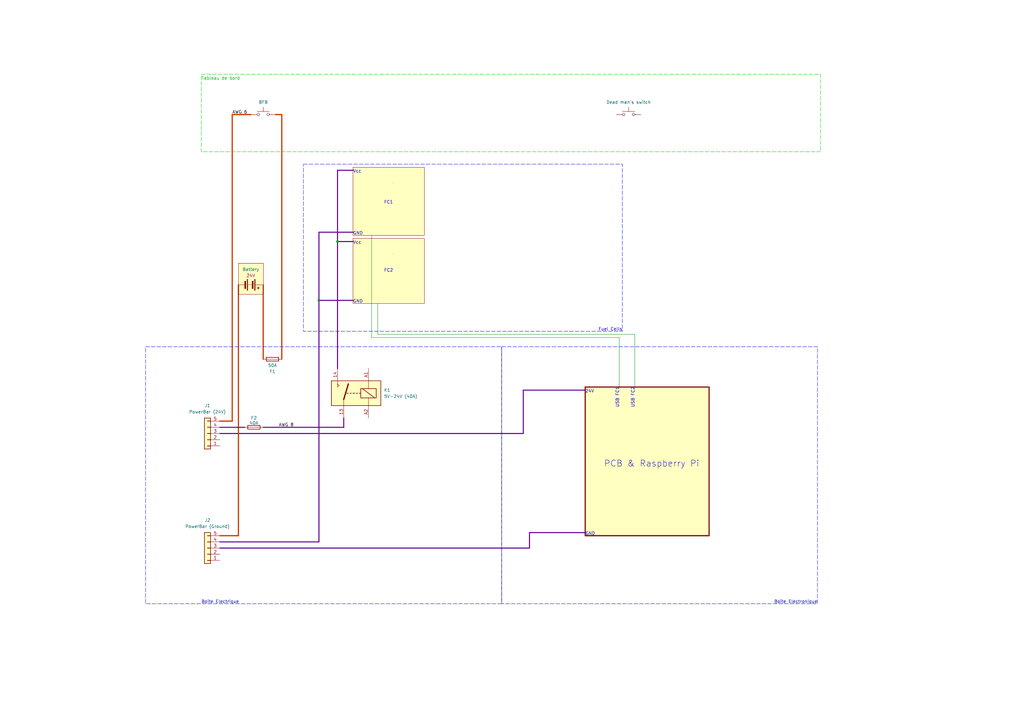
<source format=kicad_sch>
(kicad_sch (version 20230121) (generator eeschema)
  (paper "A3")
  (lib_symbols
    (symbol "Connector_Generic:Conn_01x05" (pin_names (offset 1.016) hide)
      (property "Reference" "J" (at 0 7.62 0))
      (property "Value" "Conn_01x05" (at 0 -7.62 0))
      (symbol "Conn_01x05_1_1"
        (rectangle (start -1.27 -4.953) (end 0 -5.207) (stroke (width 0.1524)))
        (rectangle (start -1.27 -2.413) (end 0 -2.667) (stroke (width 0.1524)))
        (rectangle (start -1.27 0.127) (end 0 -0.127) (stroke (width 0.1524)))
        (rectangle (start -1.27 2.667) (end 0 2.413) (stroke (width 0.1524)))
        (rectangle (start -1.27 5.207) (end 0 4.953) (stroke (width 0.1524)))
        (rectangle (start -1.27 6.35) (end 1.27 -6.35) (stroke (width 0.254)) (fill (type background)))
        (pin passive line (at -5.08 5.08 0) (length 3.81) (name "Pin_1") (number "1"))
        (pin passive line (at -5.08 2.54 0) (length 3.81) (name "Pin_2") (number "2"))
        (pin passive line (at -5.08 0 0) (length 3.81) (name "Pin_3") (number "3"))
        (pin passive line (at -5.08 -2.54 0) (length 3.81) (name "Pin_4") (number "4"))
        (pin passive line (at -5.08 -5.08 0) (length 3.81) (name "Pin_5") (number "5"))
      )
    )
    (symbol "Device:Battery" (pin_numbers hide) (pin_names (offset 0) hide)
      (property "Reference" "BT" (at 2.54 2.54 0))
      (property "Value" "Battery" (at 2.54 0 0))
      (symbol "Battery_0_1"
        (rectangle (start -2.286 -1.27) (end 2.286 -1.524) (fill (type outline)))
        (rectangle (start -2.286 1.778) (end 2.286 1.524) (fill (type outline)))
        (rectangle (start -1.524 -2.032) (end 1.524 -2.54) (fill (type outline)))
        (rectangle (start -1.524 1.016) (end 1.524 0.508) (fill (type outline)))
        (polyline (pts (xy 0 -1.016) (xy 0 -0.762)))
        (polyline (pts (xy 0 -0.508) (xy 0 -0.254)))
        (polyline (pts (xy 0 0) (xy 0 0.254)))
        (polyline (pts (xy 0 1.778) (xy 0 2.54)))
        (polyline (pts (xy 0.762 3.048) (xy 1.778 3.048)) (stroke (width 0.254)))
        (polyline (pts (xy 1.27 3.556) (xy 1.27 2.54)) (stroke (width 0.254)))
      )
      (symbol "Battery_1_1"
        (pin passive line (at 0 5.08 270) (length 2.54) (name "+") (number "1"))
        (pin passive line (at 0 -5.08 90) (length 2.54) (name "-") (number "2"))
      )
    )
    (symbol "Device:Fuse" (pin_numbers hide) (pin_names (offset 0))
      (property "Reference" "F" (at 2.032 0 90))
      (property "Value" "Fuse" (at -1.905 0 90))
      (symbol "Fuse_0_1"
        (rectangle (start -0.762 -2.54) (end 0.762 2.54) (stroke (width 0.254)))
        (polyline (pts (xy 0 2.54) (xy 0 -2.54)))
      )
      (symbol "Fuse_1_1"
        (pin passive line (at 0 3.81 270) (length 1.27) (name "~") (number "1"))
        (pin passive line (at 0 -3.81 90) (length 1.27) (name "~") (number "2"))
      )
    )
    (symbol "Relay:RAYEX-L90AS"
      (property "Reference" "K" (at 11.43 3.81 0))
      (property "Value" "RAYEX-L90AS" (at 11.43 1.27 0))
      (symbol "RAYEX-L90AS_1_0"
        (polyline (pts (xy 7.62 3.81) (xy 7.62 5.08)))
        (polyline (pts (xy 7.62 3.81) (xy 7.62 2.54) (xy 6.985 3.175) (xy 7.62 3.81)))
      )
      (symbol "RAYEX-L90AS_1_1"
        (rectangle (start -10.16 5.08) (end 10.16 -5.08) (stroke (width 0.254)) (fill (type background)))
        (rectangle (start -8.255 1.905) (end -1.905 -1.905) (stroke (width 0.254)))
        (polyline (pts (xy -7.62 -1.905) (xy -2.54 1.905)) (stroke (width 0.254)))
        (polyline (pts (xy -5.08 -5.08) (xy -5.08 -1.905)))
        (polyline (pts (xy -5.08 5.08) (xy -5.08 1.905)))
        (polyline (pts (xy -1.905 0) (xy -1.27 0)) (stroke (width 0.254)))
        (polyline (pts (xy -0.635 0) (xy 0 0)) (stroke (width 0.254)))
        (polyline (pts (xy 0.635 0) (xy 1.27 0)) (stroke (width 0.254)))
        (polyline (pts (xy 0.635 0) (xy 1.27 0)) (stroke (width 0.254)))
        (polyline (pts (xy 1.905 0) (xy 2.54 0)) (stroke (width 0.254)))
        (polyline (pts (xy 3.175 0) (xy 3.81 0)) (stroke (width 0.254)))
        (polyline (pts (xy 5.08 -2.54) (xy 3.175 3.81)) (stroke (width 0.508)))
        (polyline (pts (xy 5.08 -2.54) (xy 5.08 -5.08)))
        (pin passive line (at 5.08 -10.16 90) (length 5.08) (name "~") (number "13"))
        (pin passive line (at 7.62 10.16 270) (length 5.08) (name "~") (number "14"))
        (pin passive line (at -5.08 10.16 270) (length 5.08) (name "~") (number "A1"))
        (pin passive line (at -5.08 -10.16 90) (length 5.08) (name "~") (number "A2"))
      )
    )
    (symbol "Switch:SW_MEC_5G" (pin_numbers hide) (pin_names (offset 1.016) hide)
      (property "Reference" "SW" (at 1.27 2.54 0))
      (property "Value" "SW_MEC_5G" (at 0 -1.524 0))
      (symbol "SW_MEC_5G_0_1"
        (circle (center -2.032 0) (radius 0.508))
        (polyline (pts (xy 0 1.27) (xy 0 3.048)))
        (polyline (pts (xy 2.54 1.27) (xy -2.54 1.27)))
        (circle (center 2.032 0) (radius 0.508))
        (pin passive line (at -5.08 0 0) (length 2.54) (name "A") (number "1"))
        (pin passive line (at 5.08 0 180) (length 2.54) (name "B") (number "3"))
      )
      (symbol "SW_MEC_5G_1_1"
        (pin passive line (at -5.08 0 0) (length 2.54) hide (name "A") (number "2"))
        (pin passive line (at 5.08 0 180) (length 2.54) hide (name "B") (number "4"))
      )
    )
    (symbol "Switch:SW_Push" (pin_numbers hide) (pin_names (offset 1.016) hide)
      (property "Reference" "SW" (at 1.27 2.54 0))
      (property "Value" "SW_Push" (at 0 -1.524 0))
      (symbol "SW_Push_0_1"
        (circle (center -2.032 0) (radius 0.508))
        (polyline (pts (xy 0 1.27) (xy 0 3.048)))
        (polyline (pts (xy 2.54 1.27) (xy -2.54 1.27)))
        (circle (center 2.032 0) (radius 0.508))
        (pin passive line (at -5.08 0 0) (length 2.54) (name "1") (number "1"))
        (pin passive line (at 5.08 0 180) (length 2.54) (name "2") (number "2"))
      )
    )
  )
  (junction (at 130.81 123.19))
  (junction (at 138.43 99.06))
  (wire (pts (xy 217.17 224.79) (xy 217.17 218.44)) (stroke (width 0.4318) (color 102 4 161 1)))
  (wire (pts (xy 107.95 116.84) (xy 107.95 147.32)) (stroke (width 0.508) (color 202 61 0 1)))
  (wire (pts (xy 130.81 95.25) (xy 130.81 123.19)) (stroke (width 0.4318) (color 102 4 161 1)))
  (wire (pts (xy 115.57 147.32) (xy 115.57 46.99)) (stroke (width 0.508) (color 202 61 0 1)))
  (wire (pts (xy 130.81 123.19) (xy 144.78 123.19)) (stroke (width 0.4318) (color 102 4 161 1)))
  (wire (pts (xy 97.79 219.71) (xy 90.17 219.71)) (stroke (width 0.508) (color 202 61 0 1)))
  (wire (pts (xy 138.43 69.85) (xy 144.78 69.85)) (stroke (width 0.4318) (color 102 4 161 1)))
  (wire (pts (xy 97.79 116.84) (xy 97.79 219.71)) (stroke (width 0.508) (color 202 61 0 1)))
  (wire (pts (xy 90.17 175.26) (xy 100.33 175.26)) (stroke (width 0.4318) (color 102 4 161 1)))
  (wire (pts (xy 214.63 160.02) (xy 240.03 160.02)) (stroke (width 0.4318) (color 102 4 161 1)))
  (wire (pts (xy 130.81 95.25) (xy 144.78 95.25)) (stroke (width 0.4318) (color 102 4 161 1)))
  (wire (pts (xy 138.43 99.06) (xy 138.43 151.13)) (stroke (width 0.4318) (color 102 4 161 1)))
  (wire (pts (xy 138.43 69.85) (xy 138.43 99.06)) (stroke (width 0.4318) (color 102 4 161 1)))
  (wire (pts (xy 130.81 123.19) (xy 130.81 222.25)) (stroke (width 0.4318) (color 102 4 161 1)))
  (wire (pts (xy 140.97 171.45) (xy 140.97 175.26)) (stroke (width 0.4318) (color 102 4 161 1)))
  (wire (pts (xy 90.17 224.79) (xy 217.17 224.79)) (stroke (width 0.4318) (color 102 4 161 1)))
  (wire (pts (xy 214.63 177.8) (xy 214.63 160.02)) (stroke (width 0.4318) (color 102 4 161 1)))
  (wire (pts (xy 115.57 46.99) (xy 113.03 46.99)) (stroke (width 0.508) (color 202 61 0 1)))
  (wire (pts (xy 254 138.43) (xy 152.4 138.43)))
  (wire (pts (xy 260.35 137.16) (xy 154.94 137.16)))
  (wire (pts (xy 107.95 175.26) (xy 140.97 175.26)) (stroke (width 0.4318) (color 102 4 161 1)))
  (wire (pts (xy 254 158.75) (xy 254 138.43)))
  (wire (pts (xy 152.4 96.52) (xy 152.4 138.43)))
  (wire (pts (xy 90.17 177.8) (xy 214.63 177.8)) (stroke (width 0.4318) (color 102 4 161 1)))
  (wire (pts (xy 154.94 124.46) (xy 154.94 137.16)))
  (wire (pts (xy 138.43 99.06) (xy 144.78 99.06)) (stroke (width 0.4318) (color 102 4 161 1)))
  (wire (pts (xy 260.35 158.75) (xy 260.35 137.16)))
  (wire (pts (xy 95.25 46.99) (xy 95.25 172.72)) (stroke (width 0.508) (color 202 61 0 1)))
  (wire (pts (xy 130.81 222.25) (xy 90.17 222.25)) (stroke (width 0.4318) (color 102 4 161 1)))
  (wire (pts (xy 95.25 172.72) (xy 90.17 172.72)) (stroke (width 0.508) (color 202 61 0 1)))
  (wire (pts (xy 217.17 218.44) (xy 240.03 218.44)) (stroke (width 0.4318) (color 102 4 161 1)))
  (wire (pts (xy 102.87 46.99) (xy 95.25 46.99)) (stroke (width 0.508) (color 202 61 0 1)))
  (rectangle (start 144.78 97.79) (end 173.99 124.46) (stroke (width 0) (color 132 0 0 1)) (fill (type color) (color 255 255 194 1)))
  (rectangle (start 59.69 142.24) (end 205.74 247.65) (stroke (width 0) (type dash)))
  (rectangle (start 124.46 67.31) (end 255.27 135.89) (stroke (width 0) (type dash)))
  (rectangle (start 144.78 68.58) (end 173.99 96.52) (stroke (width 0) (color 132 0 0 1)) (fill (type color) (color 255 255 194 1)))
  (rectangle (start 205.74 142.24) (end 335.28 247.65) (stroke (width 0) (type dash)))
  (rectangle (start 161.29 104.14) (end 161.29 104.14))
  (rectangle (start 82.55 30.48) (end 336.55 62.23) (stroke (width 0) (type dash) (color 0 194 0 1)))
  (rectangle (start 161.29 74.93) (end 161.29 74.93))
  (rectangle (start 240.03 158.75) (end 290.83 219.71) (stroke (width 0.508) (color 132 0 0 1)) (fill (type color) (color 255 255 194 1)))
  (rectangle (start 97.79 107.95) (end 107.95 120.65) (stroke (width 0) (color 132 0 0 1)) (fill (type color) (color 255 255 194 1)))
  (text "Vcc" (at 144.78 100.33 0) (effects (font (size 1.27 1.27)) (justify left bottom)))
  (text "FC1" (at 157.48 83.82 0) (effects (font (size 1.27 1.27)) (justify left bottom)))
  (text "FC2\n" (at 157.48 111.76 0) (effects (font (size 1.27 1.27)) (justify left bottom)))
  (text "GND" (at 240.03 219.71 0) (effects (font (size 1.27 1.27)) (justify left bottom)))
  (text "PCB & Raspberry Pi" (at 247.65 191.77 0) (effects (font (size 2.54 2.54)) (justify left bottom)))
  (text "Tableau de bord" (at 82.55 33.02 0) (effects (font (size 1.27 1.27)) (justify left bottom)))
  (text "Boite Electrique" (at 82.55 247.65 0) (effects (font (size 1.27 1.27)) (justify left bottom)))
  (text "GND\n" (at 144.78 124.46 0) (effects (font (size 1.27 1.27)) (justify left bottom)))
  (text "USB FC1" (at 254 158.75 90) (effects (font (size 1.27 1.27)) (justify right bottom)))
  (text "GND\n" (at 144.78 96.52 0) (effects (font (size 1.27 1.27)) (justify left bottom)))
  (text "Boite Electronique" (at 335.28 247.65 0) (effects (font (size 1.27 1.27)) (justify right bottom)))
  (text "Fuel Cells" (at 255.27 135.89 0) (effects (font (size 1.27 1.27)) (justify right bottom)))
  (text "Vcc\n" (at 144.78 71.12 0) (effects (font (size 1.27 1.27)) (justify left bottom)))
  (text "USB FC2" (at 260.35 158.75 90) (effects (font (size 1.27 1.27)) (justify right bottom)))
  (text "24V" (at 240.03 161.29 0) (effects (font (size 1.27 1.27)) (justify left bottom)))
  (label "AWG 6" (at 95.25 46.99 0))
  (label "AWG 8" (at 114.3 175.26 0))
  (symbol (lib_id "Device:Fuse") (at 111.76 147.32 270) (unit 1)
    (property "Reference" "F1" (at 111.76 152.4 90))
    (property "Value" "50A" (at 111.76 149.86 90))
  )
  (symbol (lib_id "Device:Fuse") (at 104.14 175.26 270) (unit 1)
    (property "Reference" "F2" (at 104.14 171.45 90))
    (property "Value" "40A" (at 104.14 173.482 90))
  )
  (symbol (lib_id "Device:Battery") (at 102.87 116.84 270) (unit 1)
    (property "Reference" "BT1" (effects hide))
    (property "Value" "Battery" (at 102.87 110.49 90))
    (property "Field4" "24V" (at 102.87 113.03 90))
  )
  (symbol (lib_id "Switch:SW_MEC_5G") (at 107.95 46.99 0) (unit 1)
    (property "Reference" "SW1" (effects hide))
    (property "Value" "BFB" (at 107.95 41.91 0))
    (property "Datasheet" "http://www.apem.com/int/index.php?controller=attachment&id_attachment=488" (effects hide))
  )
  (symbol (lib_id "Connector_Generic:Conn_01x05") (at 85.09 224.79 180) (unit 1)
    (property "Reference" "J2" (at 85.09 213.36 0))
    (property "Value" "PowerBar (Ground)" (at 85.09 215.9 0))
  )
  (symbol (lib_id "Connector_Generic:Conn_01x05") (at 85.09 177.8 180) (unit 1)
    (property "Reference" "J1" (at 85.09 166.37 0))
    (property "Value" "PowerBar (24V)" (at 85.09 168.91 0))
  )
  (symbol (lib_id "Relay:RAYEX-L90AS") (at 146.05 161.29 0) (mirror y) (unit 1)
    (property "Reference" "K1" (at 157.48 160.02 0) (effects (justify right)))
    (property "Value" "5V-24V (40A)" (at 157.48 162.56 0) (effects (justify right)))
    (property "Footprint" "Relay_THT:Relay_SPST_RAYEX-L90AS" (effects hide))
    (property "Datasheet" "https://a3.sofastcdn.com/attachment/7jioKBjnRiiSrjrjknRiwS77gwbf3zmp/L90-SERIES.pdf" (effects hide))
  )
  (symbol (lib_id "Switch:SW_Push") (at 257.81 46.99 0) (unit 1)
    (property "Reference" "SW2" (effects hide))
    (property "Value" "Dead man's switch" (at 257.81 41.91 0))
  )
)
</source>
